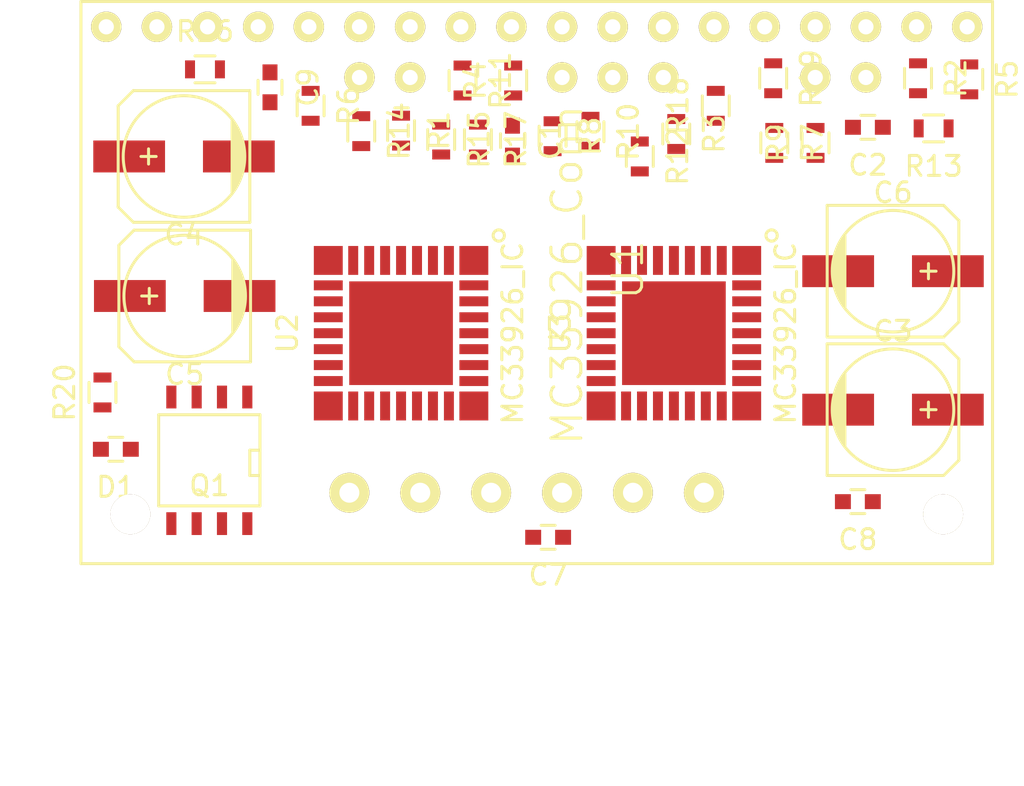
<source format=kicad_pcb>
(kicad_pcb (version 4) (host pcbnew "(2015-01-13 BZR 5369)-product")

  (general
    (links 124)
    (no_connects 124)
    (area 147.9971 65.558599 200.070431 105.5076)
    (thickness 1.6)
    (drawings 0)
    (tracks 0)
    (zones 0)
    (modules 34)
    (nets 42)
  )

  (page A4)
  (layers
    (0 F.Cu signal)
    (1 In1.Cu signal)
    (2 In2.Cu signal)
    (31 B.Cu signal)
    (33 F.Adhes user)
    (35 F.Paste user)
    (37 F.SilkS user)
    (39 F.Mask user)
    (40 Dwgs.User user)
    (41 Cmts.User user)
    (42 Eco1.User user)
    (43 Eco2.User user)
    (44 Edge.Cuts user)
    (45 Margin user)
    (47 F.CrtYd user)
    (49 F.Fab user)
  )

  (setup
    (last_trace_width 0.254)
    (trace_clearance 0.254)
    (zone_clearance 0.508)
    (zone_45_only no)
    (trace_min 0.254)
    (segment_width 0.2)
    (edge_width 0.1)
    (via_size 0.889)
    (via_drill 0.635)
    (via_min_size 0.889)
    (via_min_drill 0.508)
    (uvia_size 0.508)
    (uvia_drill 0.127)
    (uvias_allowed no)
    (uvia_min_size 0.508)
    (uvia_min_drill 0.127)
    (pcb_text_width 0.3)
    (pcb_text_size 1.5 1.5)
    (mod_edge_width 0.15)
    (mod_text_size 1 1)
    (mod_text_width 0.15)
    (pad_size 1.524 1.524)
    (pad_drill 0.762)
    (pad_to_mask_clearance 0)
    (aux_axis_origin 0 0)
    (visible_elements 7FFFF7FF)
    (pcbplotparams
      (layerselection 0x00030_80000001)
      (usegerberextensions false)
      (excludeedgelayer true)
      (linewidth 0.100000)
      (plotframeref false)
      (viasonmask false)
      (mode 1)
      (useauxorigin false)
      (hpglpennumber 1)
      (hpglpenspeed 20)
      (hpglpendiameter 15)
      (hpglpenoverlay 2)
      (psnegative false)
      (psa4output false)
      (plotreference true)
      (plotvalue true)
      (plotinvisibletext false)
      (padsonsilk false)
      (subtractmaskfromsilk false)
      (outputformat 1)
      (mirror false)
      (drillshape 1)
      (scaleselection 1)
      (outputdirectory ""))
  )

  (net 0 "")
  (net 1 "Net-(C1-Pad1)")
  (net 2 GND)
  (net 3 "Net-(C2-Pad1)")
  (net 4 VIN)
  (net 5 FGND)
  (net 6 "Net-(C7-Pad2)")
  (net 7 "Net-(C8-Pad2)")
  (net 8 "Net-(D1-Pad2)")
  (net 9 "Net-(R1-Pad1)")
  (net 10 "Net-(R1-Pad2)")
  (net 11 "Net-(R2-Pad1)")
  (net 12 "Net-(R2-Pad2)")
  (net 13 "Net-(R3-Pad1)")
  (net 14 SLEWP)
  (net 15 "Net-(R4-Pad2)")
  (net 16 "Net-(R5-Pad2)")
  (net 17 "Net-(R6-Pad1)")
  (net 18 "Net-(R6-Pad2)")
  (net 19 "Net-(R7-Pad1)")
  (net 20 "Net-(R7-Pad2)")
  (net 21 "Net-(R10-Pad1)")
  (net 22 ENP)
  (net 23 "Net-(R11-Pad1)")
  (net 24 "Net-(R11-Pad2)")
  (net 25 "Net-(R12-Pad1)")
  (net 26 INVP)
  (net 27 "Net-(R13-Pad1)")
  (net 28 "Net-(R13-Pad2)")
  (net 29 "Net-(R14-Pad1)")
  (net 30 "Net-(R14-Pad2)")
  (net 31 Vdd)
  (net 32 "Net-(R16-Pad1)")
  (net 33 "Net-(R16-Pad2)")
  (net 34 "Net-(R18-Pad1)")
  (net 35 "Net-(R18-Pad2)")
  (net 36 "Net-(R19-Pad1)")
  (net 37 "Net-(R19-Pad2)")
  (net 38 M1OUT1)
  (net 39 M1OUT2)
  (net 40 M2OUT1)
  (net 41 M2OUT2)

  (net_class Default "Dies ist die voreingestellte Netzklasse."
    (clearance 0.254)
    (trace_width 0.254)
    (via_dia 0.889)
    (via_drill 0.635)
    (uvia_dia 0.508)
    (uvia_drill 0.127)
    (add_net ENP)
    (add_net INVP)
    (add_net "Net-(C1-Pad1)")
    (add_net "Net-(C2-Pad1)")
    (add_net "Net-(C7-Pad2)")
    (add_net "Net-(C8-Pad2)")
    (add_net "Net-(D1-Pad2)")
    (add_net "Net-(R1-Pad1)")
    (add_net "Net-(R1-Pad2)")
    (add_net "Net-(R10-Pad1)")
    (add_net "Net-(R11-Pad1)")
    (add_net "Net-(R11-Pad2)")
    (add_net "Net-(R12-Pad1)")
    (add_net "Net-(R13-Pad1)")
    (add_net "Net-(R13-Pad2)")
    (add_net "Net-(R14-Pad1)")
    (add_net "Net-(R14-Pad2)")
    (add_net "Net-(R16-Pad1)")
    (add_net "Net-(R16-Pad2)")
    (add_net "Net-(R18-Pad1)")
    (add_net "Net-(R18-Pad2)")
    (add_net "Net-(R19-Pad1)")
    (add_net "Net-(R19-Pad2)")
    (add_net "Net-(R2-Pad1)")
    (add_net "Net-(R2-Pad2)")
    (add_net "Net-(R3-Pad1)")
    (add_net "Net-(R4-Pad2)")
    (add_net "Net-(R5-Pad2)")
    (add_net "Net-(R6-Pad1)")
    (add_net "Net-(R6-Pad2)")
    (add_net "Net-(R7-Pad1)")
    (add_net "Net-(R7-Pad2)")
    (add_net SLEWP)
    (add_net Vdd)
  )

  (net_class Power ""
    (clearance 0.254)
    (trace_width 1)
    (via_dia 0.889)
    (via_drill 0.635)
    (uvia_dia 0.508)
    (uvia_drill 0.127)
    (add_net FGND)
    (add_net GND)
    (add_net M1OUT1)
    (add_net M1OUT2)
    (add_net M2OUT1)
    (add_net M2OUT2)
    (add_net VIN)
  )

  (module mc33926:mc33926_breakout_footprint (layer F.Cu) (tedit 550338E2) (tstamp 5503093D)
    (at 148.5011 105.0036)
    (path /5501F2BE)
    (fp_text reference U1 (at 31.242 -25.654 90) (layer F.SilkS)
      (effects (font (size 1.5 1.5) (thickness 0.15)))
    )
    (fp_text value MC33926_Conn (at 28.194 -25.4 90) (layer F.SilkS)
      (effects (font (size 1.5 1.5) (thickness 0.15)))
    )
    (fp_circle (center 17.78 -35.306) (end 17.907 -35.052) (layer F.SilkS) (width 0.15))
    (fp_circle (center 20.32 -35.306) (end 20.447 -35.052) (layer F.SilkS) (width 0.15))
    (fp_circle (center 27.94 -35.306) (end 28.067 -35.052) (layer F.SilkS) (width 0.15))
    (fp_circle (center 30.48 -35.306) (end 30.607 -35.052) (layer F.SilkS) (width 0.15))
    (fp_circle (center 33.02 -35.306) (end 33.147 -35.052) (layer F.SilkS) (width 0.15))
    (fp_circle (center 40.64 -35.306) (end 40.767 -35.052) (layer F.SilkS) (width 0.15))
    (fp_circle (center 43.18 -35.306) (end 43.434 -35.179) (layer F.SilkS) (width 0.15))
    (fp_circle (center 6.2865 -13.3985) (end 7.0485 -13.9065) (layer F.SilkS) (width 0.15))
    (fp_circle (center 47.0535 -13.3985) (end 47.8155 -13.9065) (layer F.SilkS) (width 0.15))
    (fp_circle (center 47.0535 -13.3985) (end 47.8155 -13.9065) (layer F.SilkS) (width 0.15))
    (fp_circle (center 47.0535 -13.3985) (end 47.8155 -13.9065) (layer F.SilkS) (width 0.15))
    (fp_circle (center 47.0535 -13.3985) (end 47.8155 -13.9065) (layer F.SilkS) (width 0.15))
    (fp_line (start 3.81 -10.922) (end 3.81 -39.116) (layer F.SilkS) (width 0.15))
    (fp_line (start 3.81 -39.116) (end 49.53 -39.116) (layer F.SilkS) (width 0.15))
    (fp_line (start 49.53 -39.116) (end 49.53 -10.922) (layer F.SilkS) (width 0.15))
    (fp_line (start 49.53 -10.922) (end 3.81 -10.922) (layer F.SilkS) (width 0.15))
    (pad 1 thru_hole circle (at 5.08 -37.846) (size 1.524 1.524) (drill 0.762) (layers *.Cu *.Mask F.SilkS)
      (net 4 VIN))
    (pad 2 thru_hole circle (at 7.62 -37.846) (size 1.524 1.524) (drill 0.762) (layers *.Cu *.Mask F.SilkS)
      (net 2 GND))
    (pad 3 thru_hole circle (at 10.16 -37.846) (size 1.524 1.524) (drill 0.762) (layers *.Cu *.Mask F.SilkS)
      (net 31 Vdd))
    (pad 4 thru_hole circle (at 12.7 -37.846) (size 1.524 1.524) (drill 0.762) (layers *.Cu *.Mask F.SilkS)
      (net 32 "Net-(R16-Pad1)"))
    (pad 5 thru_hole circle (at 15.24 -37.846) (size 1.524 1.524) (drill 0.762) (layers *.Cu *.Mask F.SilkS)
      (net 17 "Net-(R6-Pad1)"))
    (pad 6 thru_hole circle (at 17.78 -37.846) (size 1.524 1.524) (drill 0.762) (layers *.Cu *.Mask F.SilkS)
      (net 29 "Net-(R14-Pad1)"))
    (pad 7 thru_hole circle (at 20.32 -37.846) (size 1.524 1.524) (drill 0.762) (layers *.Cu *.Mask F.SilkS)
      (net 9 "Net-(R1-Pad1)"))
    (pad 8 thru_hole circle (at 22.86 -37.846) (size 1.524 1.524) (drill 0.762) (layers *.Cu *.Mask F.SilkS)
      (net 23 "Net-(R11-Pad1)"))
    (pad 9 thru_hole circle (at 25.4 -37.846) (size 1.524 1.524) (drill 0.762) (layers *.Cu *.Mask F.SilkS)
      (net 1 "Net-(C1-Pad1)"))
    (pad 10 thru_hole circle (at 27.94 -37.846) (size 1.524 1.524) (drill 0.762) (layers *.Cu *.Mask F.SilkS)
      (net 21 "Net-(R10-Pad1)"))
    (pad 11 thru_hole circle (at 30.48 -37.846) (size 1.524 1.524) (drill 0.762) (layers *.Cu *.Mask F.SilkS)
      (net 13 "Net-(R3-Pad1)"))
    (pad 12 thru_hole circle (at 33.02 -37.846) (size 1.524 1.524) (drill 0.762) (layers *.Cu *.Mask F.SilkS)
      (net 25 "Net-(R12-Pad1)"))
    (pad 13 thru_hole circle (at 35.56 -37.846) (size 1.524 1.524) (drill 0.762) (layers *.Cu *.Mask F.SilkS)
      (net 34 "Net-(R18-Pad1)"))
    (pad 14 thru_hole circle (at 38.1 -37.846) (size 1.524 1.524) (drill 0.762) (layers *.Cu *.Mask F.SilkS)
      (net 19 "Net-(R7-Pad1)"))
    (pad 15 thru_hole circle (at 40.64 -37.846) (size 1.524 1.524) (drill 0.762) (layers *.Cu *.Mask F.SilkS)
      (net 36 "Net-(R19-Pad1)"))
    (pad 16 thru_hole circle (at 43.18 -37.846) (size 1.524 1.524) (drill 0.762) (layers *.Cu *.Mask F.SilkS)
      (net 11 "Net-(R2-Pad1)"))
    (pad 17 thru_hole circle (at 45.72 -37.846) (size 1.524 1.524) (drill 0.762) (layers *.Cu *.Mask F.SilkS)
      (net 27 "Net-(R13-Pad1)"))
    (pad 18 thru_hole circle (at 48.26 -37.846) (size 1.524 1.524) (drill 0.762) (layers *.Cu *.Mask F.SilkS)
      (net 3 "Net-(C2-Pad1)"))
    (pad 19 thru_hole circle (at 17.272 -14.478) (size 2 2) (drill 1) (layers *.Cu *.Mask F.SilkS)
      (net 38 M1OUT1))
    (pad 20 thru_hole circle (at 20.828 -14.478) (size 2 2) (drill 1) (layers *.Cu *.Mask F.SilkS)
      (net 39 M1OUT2))
    (pad 21 thru_hole circle (at 24.384 -14.478) (size 2 2) (drill 1) (layers *.Cu *.Mask F.SilkS)
      (net 2 GND))
    (pad 22 thru_hole circle (at 27.94 -14.478) (size 2 2) (drill 1) (layers *.Cu *.Mask F.SilkS)
      (net 4 VIN))
    (pad 23 thru_hole circle (at 31.496 -14.478) (size 2 2) (drill 1) (layers *.Cu *.Mask F.SilkS)
      (net 40 M2OUT1))
    (pad 24 thru_hole circle (at 35.052 -14.478) (size 2 2) (drill 1) (layers *.Cu *.Mask F.SilkS)
      (net 41 M2OUT2))
    (pad 3 thru_hole circle (at 17.78 -35.306) (size 1.524 1.524) (drill 0.762) (layers *.Cu *.Mask F.SilkS)
      (net 31 Vdd))
    (pad 2 thru_hole circle (at 20.32 -35.306) (size 1.524 1.524) (drill 0.762) (layers *.Cu *.Mask F.SilkS)
      (net 2 GND))
    (pad 3 thru_hole circle (at 27.94 -35.306) (size 1.524 1.524) (drill 0.762) (layers *.Cu *.Mask F.SilkS)
      (net 31 Vdd))
    (pad 3 thru_hole circle (at 30.48 -35.306) (size 1.524 1.524) (drill 0.762) (layers *.Cu *.Mask F.SilkS)
      (net 31 Vdd))
    (pad 3 thru_hole circle (at 33.02 -35.306) (size 1.524 1.524) (drill 0.762) (layers *.Cu *.Mask F.SilkS)
      (net 31 Vdd))
    (pad 3 thru_hole circle (at 40.64 -35.306) (size 1.524 1.524) (drill 0.762) (layers *.Cu *.Mask F.SilkS)
      (net 31 Vdd))
    (pad 2 thru_hole circle (at 43.18 -35.306) (size 1.524 1.524) (drill 0.762) (layers *.Cu *.Mask F.SilkS)
      (net 2 GND))
    (pad ~ thru_hole circle (at 6.2865 -13.3985) (size 2 2) (drill 2) (layers *.Cu *.Mask F.SilkS))
    (pad ~ thru_hole circle (at 47.0535 -13.3985) (size 2 2) (drill 2) (layers *.Cu *.Mask F.SilkS))
  )

  (module Capacitors_SMD:C_0603 (layer F.Cu) (tedit 5415D631) (tstamp 550303BD)
    (at 173.95444 72.86752 270)
    (descr "Capacitor SMD 0603, reflow soldering, AVX (see smccp.pdf)")
    (tags "capacitor 0603")
    (path /550208A2)
    (attr smd)
    (fp_text reference C1 (at 0 -1.9 270) (layer F.SilkS)
      (effects (font (size 1 1) (thickness 0.15)))
    )
    (fp_text value 0.47uF (at 0 1.9 270) (layer F.Fab)
      (effects (font (size 1 1) (thickness 0.15)))
    )
    (fp_line (start -1.45 -0.75) (end 1.45 -0.75) (layer F.CrtYd) (width 0.05))
    (fp_line (start -1.45 0.75) (end 1.45 0.75) (layer F.CrtYd) (width 0.05))
    (fp_line (start -1.45 -0.75) (end -1.45 0.75) (layer F.CrtYd) (width 0.05))
    (fp_line (start 1.45 -0.75) (end 1.45 0.75) (layer F.CrtYd) (width 0.05))
    (fp_line (start -0.35 -0.6) (end 0.35 -0.6) (layer F.SilkS) (width 0.15))
    (fp_line (start 0.35 0.6) (end -0.35 0.6) (layer F.SilkS) (width 0.15))
    (pad 1 smd rect (at -0.75 0 270) (size 0.8 0.75) (layers F.Cu F.Paste F.Mask)
      (net 1 "Net-(C1-Pad1)"))
    (pad 2 smd rect (at 0.75 0 270) (size 0.8 0.75) (layers F.Cu F.Paste F.Mask)
      (net 2 GND))
    (model Capacitors_SMD.3dshapes/C_0603.wrl
      (at (xyz 0 0 0))
      (scale (xyz 1 1 1))
      (rotate (xyz 0 0 0))
    )
  )

  (module Capacitors_SMD:C_0603 (layer F.Cu) (tedit 5415D631) (tstamp 550303C9)
    (at 191.78016 72.19696 180)
    (descr "Capacitor SMD 0603, reflow soldering, AVX (see smccp.pdf)")
    (tags "capacitor 0603")
    (path /55021C7D)
    (attr smd)
    (fp_text reference C2 (at 0 -1.9 180) (layer F.SilkS)
      (effects (font (size 1 1) (thickness 0.15)))
    )
    (fp_text value 0.47uF (at 0 1.9 180) (layer F.Fab)
      (effects (font (size 1 1) (thickness 0.15)))
    )
    (fp_line (start -1.45 -0.75) (end 1.45 -0.75) (layer F.CrtYd) (width 0.05))
    (fp_line (start -1.45 0.75) (end 1.45 0.75) (layer F.CrtYd) (width 0.05))
    (fp_line (start -1.45 -0.75) (end -1.45 0.75) (layer F.CrtYd) (width 0.05))
    (fp_line (start 1.45 -0.75) (end 1.45 0.75) (layer F.CrtYd) (width 0.05))
    (fp_line (start -0.35 -0.6) (end 0.35 -0.6) (layer F.SilkS) (width 0.15))
    (fp_line (start 0.35 0.6) (end -0.35 0.6) (layer F.SilkS) (width 0.15))
    (pad 1 smd rect (at -0.75 0 180) (size 0.8 0.75) (layers F.Cu F.Paste F.Mask)
      (net 3 "Net-(C2-Pad1)"))
    (pad 2 smd rect (at 0.75 0 180) (size 0.8 0.75) (layers F.Cu F.Paste F.Mask)
      (net 2 GND))
    (model Capacitors_SMD.3dshapes/C_0603.wrl
      (at (xyz 0 0 0))
      (scale (xyz 1 1 1))
      (rotate (xyz 0 0 0))
    )
  )

  (module Capacitors_SMD:c_elec_6.3x5.8 (layer F.Cu) (tedit 55030206) (tstamp 550303DD)
    (at 193.04 86.36)
    (descr "SMT capacitor, aluminium electrolytic, 6.3x5.8")
    (path /55020F62)
    (fp_text reference C3 (at 0 -3.937) (layer F.SilkS)
      (effects (font (size 1 1) (thickness 0.15)))
    )
    (fp_text value 47uF (at 0 3.81) (layer F.Fab)
      (effects (font (size 1 1) (thickness 0.15)))
    )
    (fp_line (start -2.921 -0.762) (end -2.921 0.762) (layer F.SilkS) (width 0.15))
    (fp_line (start -2.794 1.143) (end -2.794 -1.143) (layer F.SilkS) (width 0.15))
    (fp_line (start -2.667 -1.397) (end -2.667 1.397) (layer F.SilkS) (width 0.15))
    (fp_line (start -2.54 1.651) (end -2.54 -1.651) (layer F.SilkS) (width 0.15))
    (fp_line (start -2.413 -1.778) (end -2.413 1.778) (layer F.SilkS) (width 0.15))
    (fp_circle (center 0 0) (end -3.048 0) (layer F.SilkS) (width 0.15))
    (fp_line (start -3.302 -3.302) (end -3.302 3.302) (layer F.SilkS) (width 0.15))
    (fp_line (start -3.302 3.302) (end 2.54 3.302) (layer F.SilkS) (width 0.15))
    (fp_line (start 2.54 3.302) (end 3.302 2.54) (layer F.SilkS) (width 0.15))
    (fp_line (start 3.302 2.54) (end 3.302 -2.54) (layer F.SilkS) (width 0.15))
    (fp_line (start 3.302 -2.54) (end 2.54 -3.302) (layer F.SilkS) (width 0.15))
    (fp_line (start 2.54 -3.302) (end -3.302 -3.302) (layer F.SilkS) (width 0.15))
    (fp_line (start 2.159 0) (end 1.397 0) (layer F.SilkS) (width 0.15))
    (fp_line (start 1.778 -0.381) (end 1.778 0.381) (layer F.SilkS) (width 0.15))
    (pad 1 smd rect (at 2.75082 0) (size 3.59918 1.6002) (layers F.Cu F.Paste F.Mask)
      (net 4 VIN))
    (pad 2 smd rect (at -2.75082 0) (size 3.59918 1.6002) (layers F.Cu F.Paste F.Mask)
      (net 5 FGND))
    (model Capacitors_SMD.3dshapes/c_elec_6.3x5.8.wrl
      (at (xyz 0 0 0))
      (scale (xyz 1 1 1))
      (rotate (xyz 0 0 0))
    )
  )

  (module Capacitors_SMD:c_elec_6.3x5.8 (layer F.Cu) (tedit 55030206) (tstamp 550303F1)
    (at 157.48 73.66 180)
    (descr "SMT capacitor, aluminium electrolytic, 6.3x5.8")
    (path /55021C9A)
    (fp_text reference C4 (at 0 -3.937 180) (layer F.SilkS)
      (effects (font (size 1 1) (thickness 0.15)))
    )
    (fp_text value 47uF (at 0 3.81 180) (layer F.Fab)
      (effects (font (size 1 1) (thickness 0.15)))
    )
    (fp_line (start -2.921 -0.762) (end -2.921 0.762) (layer F.SilkS) (width 0.15))
    (fp_line (start -2.794 1.143) (end -2.794 -1.143) (layer F.SilkS) (width 0.15))
    (fp_line (start -2.667 -1.397) (end -2.667 1.397) (layer F.SilkS) (width 0.15))
    (fp_line (start -2.54 1.651) (end -2.54 -1.651) (layer F.SilkS) (width 0.15))
    (fp_line (start -2.413 -1.778) (end -2.413 1.778) (layer F.SilkS) (width 0.15))
    (fp_circle (center 0 0) (end -3.048 0) (layer F.SilkS) (width 0.15))
    (fp_line (start -3.302 -3.302) (end -3.302 3.302) (layer F.SilkS) (width 0.15))
    (fp_line (start -3.302 3.302) (end 2.54 3.302) (layer F.SilkS) (width 0.15))
    (fp_line (start 2.54 3.302) (end 3.302 2.54) (layer F.SilkS) (width 0.15))
    (fp_line (start 3.302 2.54) (end 3.302 -2.54) (layer F.SilkS) (width 0.15))
    (fp_line (start 3.302 -2.54) (end 2.54 -3.302) (layer F.SilkS) (width 0.15))
    (fp_line (start 2.54 -3.302) (end -3.302 -3.302) (layer F.SilkS) (width 0.15))
    (fp_line (start 2.159 0) (end 1.397 0) (layer F.SilkS) (width 0.15))
    (fp_line (start 1.778 -0.381) (end 1.778 0.381) (layer F.SilkS) (width 0.15))
    (pad 1 smd rect (at 2.75082 0 180) (size 3.59918 1.6002) (layers F.Cu F.Paste F.Mask)
      (net 4 VIN))
    (pad 2 smd rect (at -2.75082 0 180) (size 3.59918 1.6002) (layers F.Cu F.Paste F.Mask)
      (net 5 FGND))
    (model Capacitors_SMD.3dshapes/c_elec_6.3x5.8.wrl
      (at (xyz 0 0 0))
      (scale (xyz 1 1 1))
      (rotate (xyz 0 0 0))
    )
  )

  (module Capacitors_SMD:c_elec_6.3x5.8 (layer F.Cu) (tedit 55030206) (tstamp 55030405)
    (at 157.515179 80.658277 180)
    (descr "SMT capacitor, aluminium electrolytic, 6.3x5.8")
    (path /55020EC9)
    (fp_text reference C5 (at 0 -3.937 180) (layer F.SilkS)
      (effects (font (size 1 1) (thickness 0.15)))
    )
    (fp_text value 47uF (at 0 3.81 180) (layer F.Fab)
      (effects (font (size 1 1) (thickness 0.15)))
    )
    (fp_line (start -2.921 -0.762) (end -2.921 0.762) (layer F.SilkS) (width 0.15))
    (fp_line (start -2.794 1.143) (end -2.794 -1.143) (layer F.SilkS) (width 0.15))
    (fp_line (start -2.667 -1.397) (end -2.667 1.397) (layer F.SilkS) (width 0.15))
    (fp_line (start -2.54 1.651) (end -2.54 -1.651) (layer F.SilkS) (width 0.15))
    (fp_line (start -2.413 -1.778) (end -2.413 1.778) (layer F.SilkS) (width 0.15))
    (fp_circle (center 0 0) (end -3.048 0) (layer F.SilkS) (width 0.15))
    (fp_line (start -3.302 -3.302) (end -3.302 3.302) (layer F.SilkS) (width 0.15))
    (fp_line (start -3.302 3.302) (end 2.54 3.302) (layer F.SilkS) (width 0.15))
    (fp_line (start 2.54 3.302) (end 3.302 2.54) (layer F.SilkS) (width 0.15))
    (fp_line (start 3.302 2.54) (end 3.302 -2.54) (layer F.SilkS) (width 0.15))
    (fp_line (start 3.302 -2.54) (end 2.54 -3.302) (layer F.SilkS) (width 0.15))
    (fp_line (start 2.54 -3.302) (end -3.302 -3.302) (layer F.SilkS) (width 0.15))
    (fp_line (start 2.159 0) (end 1.397 0) (layer F.SilkS) (width 0.15))
    (fp_line (start 1.778 -0.381) (end 1.778 0.381) (layer F.SilkS) (width 0.15))
    (pad 1 smd rect (at 2.75082 0 180) (size 3.59918 1.6002) (layers F.Cu F.Paste F.Mask)
      (net 4 VIN))
    (pad 2 smd rect (at -2.75082 0 180) (size 3.59918 1.6002) (layers F.Cu F.Paste F.Mask)
      (net 5 FGND))
    (model Capacitors_SMD.3dshapes/c_elec_6.3x5.8.wrl
      (at (xyz 0 0 0))
      (scale (xyz 1 1 1))
      (rotate (xyz 0 0 0))
    )
  )

  (module Capacitors_SMD:c_elec_6.3x5.8 (layer F.Cu) (tedit 55030206) (tstamp 55030419)
    (at 193.040761 79.414191)
    (descr "SMT capacitor, aluminium electrolytic, 6.3x5.8")
    (path /55021C94)
    (fp_text reference C6 (at 0 -3.937) (layer F.SilkS)
      (effects (font (size 1 1) (thickness 0.15)))
    )
    (fp_text value 47uF (at 0 3.81) (layer F.Fab)
      (effects (font (size 1 1) (thickness 0.15)))
    )
    (fp_line (start -2.921 -0.762) (end -2.921 0.762) (layer F.SilkS) (width 0.15))
    (fp_line (start -2.794 1.143) (end -2.794 -1.143) (layer F.SilkS) (width 0.15))
    (fp_line (start -2.667 -1.397) (end -2.667 1.397) (layer F.SilkS) (width 0.15))
    (fp_line (start -2.54 1.651) (end -2.54 -1.651) (layer F.SilkS) (width 0.15))
    (fp_line (start -2.413 -1.778) (end -2.413 1.778) (layer F.SilkS) (width 0.15))
    (fp_circle (center 0 0) (end -3.048 0) (layer F.SilkS) (width 0.15))
    (fp_line (start -3.302 -3.302) (end -3.302 3.302) (layer F.SilkS) (width 0.15))
    (fp_line (start -3.302 3.302) (end 2.54 3.302) (layer F.SilkS) (width 0.15))
    (fp_line (start 2.54 3.302) (end 3.302 2.54) (layer F.SilkS) (width 0.15))
    (fp_line (start 3.302 2.54) (end 3.302 -2.54) (layer F.SilkS) (width 0.15))
    (fp_line (start 3.302 -2.54) (end 2.54 -3.302) (layer F.SilkS) (width 0.15))
    (fp_line (start 2.54 -3.302) (end -3.302 -3.302) (layer F.SilkS) (width 0.15))
    (fp_line (start 2.159 0) (end 1.397 0) (layer F.SilkS) (width 0.15))
    (fp_line (start 1.778 -0.381) (end 1.778 0.381) (layer F.SilkS) (width 0.15))
    (pad 1 smd rect (at 2.75082 0) (size 3.59918 1.6002) (layers F.Cu F.Paste F.Mask)
      (net 4 VIN))
    (pad 2 smd rect (at -2.75082 0) (size 3.59918 1.6002) (layers F.Cu F.Paste F.Mask)
      (net 5 FGND))
    (model Capacitors_SMD.3dshapes/c_elec_6.3x5.8.wrl
      (at (xyz 0 0 0))
      (scale (xyz 1 1 1))
      (rotate (xyz 0 0 0))
    )
  )

  (module Capacitors_SMD:C_0603 (layer F.Cu) (tedit 5415D631) (tstamp 55030425)
    (at 175.7426 92.7608 180)
    (descr "Capacitor SMD 0603, reflow soldering, AVX (see smccp.pdf)")
    (tags "capacitor 0603")
    (path /5502035D)
    (attr smd)
    (fp_text reference C7 (at 0 -1.9 180) (layer F.SilkS)
      (effects (font (size 1 1) (thickness 0.15)))
    )
    (fp_text value 33nF (at 0 1.9 180) (layer F.Fab)
      (effects (font (size 1 1) (thickness 0.15)))
    )
    (fp_line (start -1.45 -0.75) (end 1.45 -0.75) (layer F.CrtYd) (width 0.05))
    (fp_line (start -1.45 0.75) (end 1.45 0.75) (layer F.CrtYd) (width 0.05))
    (fp_line (start -1.45 -0.75) (end -1.45 0.75) (layer F.CrtYd) (width 0.05))
    (fp_line (start 1.45 -0.75) (end 1.45 0.75) (layer F.CrtYd) (width 0.05))
    (fp_line (start -0.35 -0.6) (end 0.35 -0.6) (layer F.SilkS) (width 0.15))
    (fp_line (start 0.35 0.6) (end -0.35 0.6) (layer F.SilkS) (width 0.15))
    (pad 1 smd rect (at -0.75 0 180) (size 0.8 0.75) (layers F.Cu F.Paste F.Mask)
      (net 4 VIN))
    (pad 2 smd rect (at 0.75 0 180) (size 0.8 0.75) (layers F.Cu F.Paste F.Mask)
      (net 6 "Net-(C7-Pad2)"))
    (model Capacitors_SMD.3dshapes/C_0603.wrl
      (at (xyz 0 0 0))
      (scale (xyz 1 1 1))
      (rotate (xyz 0 0 0))
    )
  )

  (module Capacitors_SMD:C_0603 (layer F.Cu) (tedit 5415D631) (tstamp 55030431)
    (at 191.27724 90.97264 180)
    (descr "Capacitor SMD 0603, reflow soldering, AVX (see smccp.pdf)")
    (tags "capacitor 0603")
    (path /5502C0D7)
    (attr smd)
    (fp_text reference C8 (at 0 -1.9 180) (layer F.SilkS)
      (effects (font (size 1 1) (thickness 0.15)))
    )
    (fp_text value 33nF (at 0 1.9 180) (layer F.Fab)
      (effects (font (size 1 1) (thickness 0.15)))
    )
    (fp_line (start -1.45 -0.75) (end 1.45 -0.75) (layer F.CrtYd) (width 0.05))
    (fp_line (start -1.45 0.75) (end 1.45 0.75) (layer F.CrtYd) (width 0.05))
    (fp_line (start -1.45 -0.75) (end -1.45 0.75) (layer F.CrtYd) (width 0.05))
    (fp_line (start 1.45 -0.75) (end 1.45 0.75) (layer F.CrtYd) (width 0.05))
    (fp_line (start -0.35 -0.6) (end 0.35 -0.6) (layer F.SilkS) (width 0.15))
    (fp_line (start 0.35 0.6) (end -0.35 0.6) (layer F.SilkS) (width 0.15))
    (pad 1 smd rect (at -0.75 0 180) (size 0.8 0.75) (layers F.Cu F.Paste F.Mask)
      (net 4 VIN))
    (pad 2 smd rect (at 0.75 0 180) (size 0.8 0.75) (layers F.Cu F.Paste F.Mask)
      (net 7 "Net-(C8-Pad2)"))
    (model Capacitors_SMD.3dshapes/C_0603.wrl
      (at (xyz 0 0 0))
      (scale (xyz 1 1 1))
      (rotate (xyz 0 0 0))
    )
  )

  (module Capacitors_SMD:C_0603 (layer F.Cu) (tedit 5415D631) (tstamp 5503043D)
    (at 161.792723 70.191894 270)
    (descr "Capacitor SMD 0603, reflow soldering, AVX (see smccp.pdf)")
    (tags "capacitor 0603")
    (path /55033875)
    (attr smd)
    (fp_text reference C9 (at 0 -1.9 270) (layer F.SilkS)
      (effects (font (size 1 1) (thickness 0.15)))
    )
    (fp_text value 0.1uF (at 0 1.9 270) (layer F.Fab)
      (effects (font (size 1 1) (thickness 0.15)))
    )
    (fp_line (start -1.45 -0.75) (end 1.45 -0.75) (layer F.CrtYd) (width 0.05))
    (fp_line (start -1.45 0.75) (end 1.45 0.75) (layer F.CrtYd) (width 0.05))
    (fp_line (start -1.45 -0.75) (end -1.45 0.75) (layer F.CrtYd) (width 0.05))
    (fp_line (start 1.45 -0.75) (end 1.45 0.75) (layer F.CrtYd) (width 0.05))
    (fp_line (start -0.35 -0.6) (end 0.35 -0.6) (layer F.SilkS) (width 0.15))
    (fp_line (start 0.35 0.6) (end -0.35 0.6) (layer F.SilkS) (width 0.15))
    (pad 1 smd rect (at -0.75 0 270) (size 0.8 0.75) (layers F.Cu F.Paste F.Mask)
      (net 2 GND))
    (pad 2 smd rect (at 0.75 0 270) (size 0.8 0.75) (layers F.Cu F.Paste F.Mask)
      (net 4 VIN))
    (model Capacitors_SMD.3dshapes/C_0603.wrl
      (at (xyz 0 0 0))
      (scale (xyz 1 1 1))
      (rotate (xyz 0 0 0))
    )
  )

  (module Resistors_SMD:R_0603 (layer F.Cu) (tedit 5415CC62) (tstamp 55030468)
    (at 168.36644 72.3646 270)
    (descr "Resistor SMD 0603, reflow soldering, Vishay (see dcrcw.pdf)")
    (tags "resistor 0603")
    (path /55020AC8)
    (attr smd)
    (fp_text reference R1 (at 0 -1.9 270) (layer F.SilkS)
      (effects (font (size 1 1) (thickness 0.15)))
    )
    (fp_text value 1k (at 0 1.9 270) (layer F.Fab)
      (effects (font (size 1 1) (thickness 0.15)))
    )
    (fp_line (start -1.3 -0.8) (end 1.3 -0.8) (layer F.CrtYd) (width 0.05))
    (fp_line (start -1.3 0.8) (end 1.3 0.8) (layer F.CrtYd) (width 0.05))
    (fp_line (start -1.3 -0.8) (end -1.3 0.8) (layer F.CrtYd) (width 0.05))
    (fp_line (start 1.3 -0.8) (end 1.3 0.8) (layer F.CrtYd) (width 0.05))
    (fp_line (start 0.5 0.675) (end -0.5 0.675) (layer F.SilkS) (width 0.15))
    (fp_line (start -0.5 -0.675) (end 0.5 -0.675) (layer F.SilkS) (width 0.15))
    (pad 1 smd rect (at -0.75 0 270) (size 0.5 0.9) (layers F.Cu F.Paste F.Mask)
      (net 9 "Net-(R1-Pad1)"))
    (pad 2 smd rect (at 0.75 0 270) (size 0.5 0.9) (layers F.Cu F.Paste F.Mask)
      (net 10 "Net-(R1-Pad2)"))
    (model Resistors_SMD.3dshapes/R_0603.wrl
      (at (xyz 0 0 0))
      (scale (xyz 1 1 1))
      (rotate (xyz 0 0 0))
    )
  )

  (module Resistors_SMD:R_0603 (layer F.Cu) (tedit 5415CC62) (tstamp 55030474)
    (at 194.29476 69.73824 270)
    (descr "Resistor SMD 0603, reflow soldering, Vishay (see dcrcw.pdf)")
    (tags "resistor 0603")
    (path /55021C4A)
    (attr smd)
    (fp_text reference R2 (at 0 -1.9 270) (layer F.SilkS)
      (effects (font (size 1 1) (thickness 0.15)))
    )
    (fp_text value 1k (at 0 1.9 270) (layer F.Fab)
      (effects (font (size 1 1) (thickness 0.15)))
    )
    (fp_line (start -1.3 -0.8) (end 1.3 -0.8) (layer F.CrtYd) (width 0.05))
    (fp_line (start -1.3 0.8) (end 1.3 0.8) (layer F.CrtYd) (width 0.05))
    (fp_line (start -1.3 -0.8) (end -1.3 0.8) (layer F.CrtYd) (width 0.05))
    (fp_line (start 1.3 -0.8) (end 1.3 0.8) (layer F.CrtYd) (width 0.05))
    (fp_line (start 0.5 0.675) (end -0.5 0.675) (layer F.SilkS) (width 0.15))
    (fp_line (start -0.5 -0.675) (end 0.5 -0.675) (layer F.SilkS) (width 0.15))
    (pad 1 smd rect (at -0.75 0 270) (size 0.5 0.9) (layers F.Cu F.Paste F.Mask)
      (net 11 "Net-(R2-Pad1)"))
    (pad 2 smd rect (at 0.75 0 270) (size 0.5 0.9) (layers F.Cu F.Paste F.Mask)
      (net 12 "Net-(R2-Pad2)"))
    (model Resistors_SMD.3dshapes/R_0603.wrl
      (at (xyz 0 0 0))
      (scale (xyz 1 1 1))
      (rotate (xyz 0 0 0))
    )
  )

  (module Resistors_SMD:R_0603 (layer F.Cu) (tedit 5415CC62) (tstamp 55030480)
    (at 182.1688 72.53224 270)
    (descr "Resistor SMD 0603, reflow soldering, Vishay (see dcrcw.pdf)")
    (tags "resistor 0603")
    (path /55020D39)
    (attr smd)
    (fp_text reference R3 (at 0 -1.9 270) (layer F.SilkS)
      (effects (font (size 1 1) (thickness 0.15)))
    )
    (fp_text value 1k (at 0 1.9 270) (layer F.Fab)
      (effects (font (size 1 1) (thickness 0.15)))
    )
    (fp_line (start -1.3 -0.8) (end 1.3 -0.8) (layer F.CrtYd) (width 0.05))
    (fp_line (start -1.3 0.8) (end 1.3 0.8) (layer F.CrtYd) (width 0.05))
    (fp_line (start -1.3 -0.8) (end -1.3 0.8) (layer F.CrtYd) (width 0.05))
    (fp_line (start 1.3 -0.8) (end 1.3 0.8) (layer F.CrtYd) (width 0.05))
    (fp_line (start 0.5 0.675) (end -0.5 0.675) (layer F.SilkS) (width 0.15))
    (fp_line (start -0.5 -0.675) (end 0.5 -0.675) (layer F.SilkS) (width 0.15))
    (pad 1 smd rect (at -0.75 0 270) (size 0.5 0.9) (layers F.Cu F.Paste F.Mask)
      (net 13 "Net-(R3-Pad1)"))
    (pad 2 smd rect (at 0.75 0 270) (size 0.5 0.9) (layers F.Cu F.Paste F.Mask)
      (net 14 SLEWP))
    (model Resistors_SMD.3dshapes/R_0603.wrl
      (at (xyz 0 0 0))
      (scale (xyz 1 1 1))
      (rotate (xyz 0 0 0))
    )
  )

  (module Resistors_SMD:R_0603 (layer F.Cu) (tedit 5415CC62) (tstamp 5503048C)
    (at 173.99 69.85 90)
    (descr "Resistor SMD 0603, reflow soldering, Vishay (see dcrcw.pdf)")
    (tags "resistor 0603")
    (path /55020FE4)
    (attr smd)
    (fp_text reference R4 (at 0 -1.9 90) (layer F.SilkS)
      (effects (font (size 1 1) (thickness 0.15)))
    )
    (fp_text value 1k (at 0 1.9 90) (layer F.Fab)
      (effects (font (size 1 1) (thickness 0.15)))
    )
    (fp_line (start -1.3 -0.8) (end 1.3 -0.8) (layer F.CrtYd) (width 0.05))
    (fp_line (start -1.3 0.8) (end 1.3 0.8) (layer F.CrtYd) (width 0.05))
    (fp_line (start -1.3 -0.8) (end -1.3 0.8) (layer F.CrtYd) (width 0.05))
    (fp_line (start 1.3 -0.8) (end 1.3 0.8) (layer F.CrtYd) (width 0.05))
    (fp_line (start 0.5 0.675) (end -0.5 0.675) (layer F.SilkS) (width 0.15))
    (fp_line (start -0.5 -0.675) (end 0.5 -0.675) (layer F.SilkS) (width 0.15))
    (pad 1 smd rect (at -0.75 0 90) (size 0.5 0.9) (layers F.Cu F.Paste F.Mask)
      (net 1 "Net-(C1-Pad1)"))
    (pad 2 smd rect (at 0.75 0 90) (size 0.5 0.9) (layers F.Cu F.Paste F.Mask)
      (net 15 "Net-(R4-Pad2)"))
    (model Resistors_SMD.3dshapes/R_0603.wrl
      (at (xyz 0 0 0))
      (scale (xyz 1 1 1))
      (rotate (xyz 0 0 0))
    )
  )

  (module Resistors_SMD:R_0603 (layer F.Cu) (tedit 5415CC62) (tstamp 55030498)
    (at 196.86524 69.79412 270)
    (descr "Resistor SMD 0603, reflow soldering, Vishay (see dcrcw.pdf)")
    (tags "resistor 0603")
    (path /55021C73)
    (attr smd)
    (fp_text reference R5 (at 0 -1.9 270) (layer F.SilkS)
      (effects (font (size 1 1) (thickness 0.15)))
    )
    (fp_text value 1k (at 0 1.9 270) (layer F.Fab)
      (effects (font (size 1 1) (thickness 0.15)))
    )
    (fp_line (start -1.3 -0.8) (end 1.3 -0.8) (layer F.CrtYd) (width 0.05))
    (fp_line (start -1.3 0.8) (end 1.3 0.8) (layer F.CrtYd) (width 0.05))
    (fp_line (start -1.3 -0.8) (end -1.3 0.8) (layer F.CrtYd) (width 0.05))
    (fp_line (start 1.3 -0.8) (end 1.3 0.8) (layer F.CrtYd) (width 0.05))
    (fp_line (start 0.5 0.675) (end -0.5 0.675) (layer F.SilkS) (width 0.15))
    (fp_line (start -0.5 -0.675) (end 0.5 -0.675) (layer F.SilkS) (width 0.15))
    (pad 1 smd rect (at -0.75 0 270) (size 0.5 0.9) (layers F.Cu F.Paste F.Mask)
      (net 3 "Net-(C2-Pad1)"))
    (pad 2 smd rect (at 0.75 0 270) (size 0.5 0.9) (layers F.Cu F.Paste F.Mask)
      (net 16 "Net-(R5-Pad2)"))
    (model Resistors_SMD.3dshapes/R_0603.wrl
      (at (xyz 0 0 0))
      (scale (xyz 1 1 1))
      (rotate (xyz 0 0 0))
    )
  )

  (module Resistors_SMD:R_0603 (layer F.Cu) (tedit 5415CC62) (tstamp 550304A4)
    (at 163.83 71.12 270)
    (descr "Resistor SMD 0603, reflow soldering, Vishay (see dcrcw.pdf)")
    (tags "resistor 0603")
    (path /5502094F)
    (attr smd)
    (fp_text reference R6 (at 0 -1.9 270) (layer F.SilkS)
      (effects (font (size 1 1) (thickness 0.15)))
    )
    (fp_text value 1k (at 0 1.9 270) (layer F.Fab)
      (effects (font (size 1 1) (thickness 0.15)))
    )
    (fp_line (start -1.3 -0.8) (end 1.3 -0.8) (layer F.CrtYd) (width 0.05))
    (fp_line (start -1.3 0.8) (end 1.3 0.8) (layer F.CrtYd) (width 0.05))
    (fp_line (start -1.3 -0.8) (end -1.3 0.8) (layer F.CrtYd) (width 0.05))
    (fp_line (start 1.3 -0.8) (end 1.3 0.8) (layer F.CrtYd) (width 0.05))
    (fp_line (start 0.5 0.675) (end -0.5 0.675) (layer F.SilkS) (width 0.15))
    (fp_line (start -0.5 -0.675) (end 0.5 -0.675) (layer F.SilkS) (width 0.15))
    (pad 1 smd rect (at -0.75 0 270) (size 0.5 0.9) (layers F.Cu F.Paste F.Mask)
      (net 17 "Net-(R6-Pad1)"))
    (pad 2 smd rect (at 0.75 0 270) (size 0.5 0.9) (layers F.Cu F.Paste F.Mask)
      (net 18 "Net-(R6-Pad2)"))
    (model Resistors_SMD.3dshapes/R_0603.wrl
      (at (xyz 0 0 0))
      (scale (xyz 1 1 1))
      (rotate (xyz 0 0 0))
    )
  )

  (module Resistors_SMD:R_0603 (layer F.Cu) (tedit 5415CC62) (tstamp 550304B0)
    (at 187.08624 72.97928 270)
    (descr "Resistor SMD 0603, reflow soldering, Vishay (see dcrcw.pdf)")
    (tags "resistor 0603")
    (path /55021C39)
    (attr smd)
    (fp_text reference R7 (at 0 -1.9 270) (layer F.SilkS)
      (effects (font (size 1 1) (thickness 0.15)))
    )
    (fp_text value 1k (at 0 1.9 270) (layer F.Fab)
      (effects (font (size 1 1) (thickness 0.15)))
    )
    (fp_line (start -1.3 -0.8) (end 1.3 -0.8) (layer F.CrtYd) (width 0.05))
    (fp_line (start -1.3 0.8) (end 1.3 0.8) (layer F.CrtYd) (width 0.05))
    (fp_line (start -1.3 -0.8) (end -1.3 0.8) (layer F.CrtYd) (width 0.05))
    (fp_line (start 1.3 -0.8) (end 1.3 0.8) (layer F.CrtYd) (width 0.05))
    (fp_line (start 0.5 0.675) (end -0.5 0.675) (layer F.SilkS) (width 0.15))
    (fp_line (start -0.5 -0.675) (end 0.5 -0.675) (layer F.SilkS) (width 0.15))
    (pad 1 smd rect (at -0.75 0 270) (size 0.5 0.9) (layers F.Cu F.Paste F.Mask)
      (net 19 "Net-(R7-Pad1)"))
    (pad 2 smd rect (at 0.75 0 270) (size 0.5 0.9) (layers F.Cu F.Paste F.Mask)
      (net 20 "Net-(R7-Pad2)"))
    (model Resistors_SMD.3dshapes/R_0603.wrl
      (at (xyz 0 0 0))
      (scale (xyz 1 1 1))
      (rotate (xyz 0 0 0))
    )
  )

  (module Resistors_SMD:R_0603 (layer F.Cu) (tedit 5415CC62) (tstamp 550304BC)
    (at 175.96612 72.644 270)
    (descr "Resistor SMD 0603, reflow soldering, Vishay (see dcrcw.pdf)")
    (tags "resistor 0603")
    (path /55020974)
    (attr smd)
    (fp_text reference R8 (at 0 -1.9 270) (layer F.SilkS)
      (effects (font (size 1 1) (thickness 0.15)))
    )
    (fp_text value 220 (at 0 1.9 270) (layer F.Fab)
      (effects (font (size 1 1) (thickness 0.15)))
    )
    (fp_line (start -1.3 -0.8) (end 1.3 -0.8) (layer F.CrtYd) (width 0.05))
    (fp_line (start -1.3 0.8) (end 1.3 0.8) (layer F.CrtYd) (width 0.05))
    (fp_line (start -1.3 -0.8) (end -1.3 0.8) (layer F.CrtYd) (width 0.05))
    (fp_line (start 1.3 -0.8) (end 1.3 0.8) (layer F.CrtYd) (width 0.05))
    (fp_line (start 0.5 0.675) (end -0.5 0.675) (layer F.SilkS) (width 0.15))
    (fp_line (start -0.5 -0.675) (end 0.5 -0.675) (layer F.SilkS) (width 0.15))
    (pad 1 smd rect (at -0.75 0 270) (size 0.5 0.9) (layers F.Cu F.Paste F.Mask)
      (net 15 "Net-(R4-Pad2)"))
    (pad 2 smd rect (at 0.75 0 270) (size 0.5 0.9) (layers F.Cu F.Paste F.Mask)
      (net 2 GND))
    (model Resistors_SMD.3dshapes/R_0603.wrl
      (at (xyz 0 0 0))
      (scale (xyz 1 1 1))
      (rotate (xyz 0 0 0))
    )
  )

  (module Resistors_SMD:R_0603 (layer F.Cu) (tedit 5415CC62) (tstamp 550304C8)
    (at 189.1538 72.97928 90)
    (descr "Resistor SMD 0603, reflow soldering, Vishay (see dcrcw.pdf)")
    (tags "resistor 0603")
    (path /55021C84)
    (attr smd)
    (fp_text reference R9 (at 0 -1.9 90) (layer F.SilkS)
      (effects (font (size 1 1) (thickness 0.15)))
    )
    (fp_text value 220 (at 0 1.9 90) (layer F.Fab)
      (effects (font (size 1 1) (thickness 0.15)))
    )
    (fp_line (start -1.3 -0.8) (end 1.3 -0.8) (layer F.CrtYd) (width 0.05))
    (fp_line (start -1.3 0.8) (end 1.3 0.8) (layer F.CrtYd) (width 0.05))
    (fp_line (start -1.3 -0.8) (end -1.3 0.8) (layer F.CrtYd) (width 0.05))
    (fp_line (start 1.3 -0.8) (end 1.3 0.8) (layer F.CrtYd) (width 0.05))
    (fp_line (start 0.5 0.675) (end -0.5 0.675) (layer F.SilkS) (width 0.15))
    (fp_line (start -0.5 -0.675) (end 0.5 -0.675) (layer F.SilkS) (width 0.15))
    (pad 1 smd rect (at -0.75 0 90) (size 0.5 0.9) (layers F.Cu F.Paste F.Mask)
      (net 16 "Net-(R5-Pad2)"))
    (pad 2 smd rect (at 0.75 0 90) (size 0.5 0.9) (layers F.Cu F.Paste F.Mask)
      (net 2 GND))
    (model Resistors_SMD.3dshapes/R_0603.wrl
      (at (xyz 0 0 0))
      (scale (xyz 1 1 1))
      (rotate (xyz 0 0 0))
    )
  )

  (module Resistors_SMD:R_0603 (layer F.Cu) (tedit 5415CC62) (tstamp 550304D4)
    (at 177.86604 72.42048 270)
    (descr "Resistor SMD 0603, reflow soldering, Vishay (see dcrcw.pdf)")
    (tags "resistor 0603")
    (path /55020B9B)
    (attr smd)
    (fp_text reference R10 (at 0 -1.9 270) (layer F.SilkS)
      (effects (font (size 1 1) (thickness 0.15)))
    )
    (fp_text value 1k (at 0 1.9 270) (layer F.Fab)
      (effects (font (size 1 1) (thickness 0.15)))
    )
    (fp_line (start -1.3 -0.8) (end 1.3 -0.8) (layer F.CrtYd) (width 0.05))
    (fp_line (start -1.3 0.8) (end 1.3 0.8) (layer F.CrtYd) (width 0.05))
    (fp_line (start -1.3 -0.8) (end -1.3 0.8) (layer F.CrtYd) (width 0.05))
    (fp_line (start 1.3 -0.8) (end 1.3 0.8) (layer F.CrtYd) (width 0.05))
    (fp_line (start 0.5 0.675) (end -0.5 0.675) (layer F.SilkS) (width 0.15))
    (fp_line (start -0.5 -0.675) (end 0.5 -0.675) (layer F.SilkS) (width 0.15))
    (pad 1 smd rect (at -0.75 0 270) (size 0.5 0.9) (layers F.Cu F.Paste F.Mask)
      (net 21 "Net-(R10-Pad1)"))
    (pad 2 smd rect (at 0.75 0 270) (size 0.5 0.9) (layers F.Cu F.Paste F.Mask)
      (net 22 ENP))
    (model Resistors_SMD.3dshapes/R_0603.wrl
      (at (xyz 0 0 0))
      (scale (xyz 1 1 1))
      (rotate (xyz 0 0 0))
    )
  )

  (module Resistors_SMD:R_0603 (layer F.Cu) (tedit 5415CC62) (tstamp 550304E0)
    (at 171.45 69.85 270)
    (descr "Resistor SMD 0603, reflow soldering, Vishay (see dcrcw.pdf)")
    (tags "resistor 0603")
    (path /5502064D)
    (attr smd)
    (fp_text reference R11 (at 0 -1.9 270) (layer F.SilkS)
      (effects (font (size 1 1) (thickness 0.15)))
    )
    (fp_text value 1k (at 0 1.9 270) (layer F.Fab)
      (effects (font (size 1 1) (thickness 0.15)))
    )
    (fp_line (start -1.3 -0.8) (end 1.3 -0.8) (layer F.CrtYd) (width 0.05))
    (fp_line (start -1.3 0.8) (end 1.3 0.8) (layer F.CrtYd) (width 0.05))
    (fp_line (start -1.3 -0.8) (end -1.3 0.8) (layer F.CrtYd) (width 0.05))
    (fp_line (start 1.3 -0.8) (end 1.3 0.8) (layer F.CrtYd) (width 0.05))
    (fp_line (start 0.5 0.675) (end -0.5 0.675) (layer F.SilkS) (width 0.15))
    (fp_line (start -0.5 -0.675) (end 0.5 -0.675) (layer F.SilkS) (width 0.15))
    (pad 1 smd rect (at -0.75 0 270) (size 0.5 0.9) (layers F.Cu F.Paste F.Mask)
      (net 23 "Net-(R11-Pad1)"))
    (pad 2 smd rect (at 0.75 0 270) (size 0.5 0.9) (layers F.Cu F.Paste F.Mask)
      (net 24 "Net-(R11-Pad2)"))
    (model Resistors_SMD.3dshapes/R_0603.wrl
      (at (xyz 0 0 0))
      (scale (xyz 1 1 1))
      (rotate (xyz 0 0 0))
    )
  )

  (module Resistors_SMD:R_0603 (layer F.Cu) (tedit 5415CC62) (tstamp 550304EC)
    (at 180.34 73.66 270)
    (descr "Resistor SMD 0603, reflow soldering, Vishay (see dcrcw.pdf)")
    (tags "resistor 0603")
    (path /55020EDC)
    (attr smd)
    (fp_text reference R12 (at 0 -1.9 270) (layer F.SilkS)
      (effects (font (size 1 1) (thickness 0.15)))
    )
    (fp_text value 1k (at 0 1.9 270) (layer F.Fab)
      (effects (font (size 1 1) (thickness 0.15)))
    )
    (fp_line (start -1.3 -0.8) (end 1.3 -0.8) (layer F.CrtYd) (width 0.05))
    (fp_line (start -1.3 0.8) (end 1.3 0.8) (layer F.CrtYd) (width 0.05))
    (fp_line (start -1.3 -0.8) (end -1.3 0.8) (layer F.CrtYd) (width 0.05))
    (fp_line (start 1.3 -0.8) (end 1.3 0.8) (layer F.CrtYd) (width 0.05))
    (fp_line (start 0.5 0.675) (end -0.5 0.675) (layer F.SilkS) (width 0.15))
    (fp_line (start -0.5 -0.675) (end 0.5 -0.675) (layer F.SilkS) (width 0.15))
    (pad 1 smd rect (at -0.75 0 270) (size 0.5 0.9) (layers F.Cu F.Paste F.Mask)
      (net 25 "Net-(R12-Pad1)"))
    (pad 2 smd rect (at 0.75 0 270) (size 0.5 0.9) (layers F.Cu F.Paste F.Mask)
      (net 26 INVP))
    (model Resistors_SMD.3dshapes/R_0603.wrl
      (at (xyz 0 0 0))
      (scale (xyz 1 1 1))
      (rotate (xyz 0 0 0))
    )
  )

  (module Resistors_SMD:R_0603 (layer F.Cu) (tedit 5415CC62) (tstamp 550304F8)
    (at 195.07708 72.25284 180)
    (descr "Resistor SMD 0603, reflow soldering, Vishay (see dcrcw.pdf)")
    (tags "resistor 0603")
    (path /55021C27)
    (attr smd)
    (fp_text reference R13 (at 0 -1.9 180) (layer F.SilkS)
      (effects (font (size 1 1) (thickness 0.15)))
    )
    (fp_text value 1k (at 0 1.9 180) (layer F.Fab)
      (effects (font (size 1 1) (thickness 0.15)))
    )
    (fp_line (start -1.3 -0.8) (end 1.3 -0.8) (layer F.CrtYd) (width 0.05))
    (fp_line (start -1.3 0.8) (end 1.3 0.8) (layer F.CrtYd) (width 0.05))
    (fp_line (start -1.3 -0.8) (end -1.3 0.8) (layer F.CrtYd) (width 0.05))
    (fp_line (start 1.3 -0.8) (end 1.3 0.8) (layer F.CrtYd) (width 0.05))
    (fp_line (start 0.5 0.675) (end -0.5 0.675) (layer F.SilkS) (width 0.15))
    (fp_line (start -0.5 -0.675) (end 0.5 -0.675) (layer F.SilkS) (width 0.15))
    (pad 1 smd rect (at -0.75 0 180) (size 0.5 0.9) (layers F.Cu F.Paste F.Mask)
      (net 27 "Net-(R13-Pad1)"))
    (pad 2 smd rect (at 0.75 0 180) (size 0.5 0.9) (layers F.Cu F.Paste F.Mask)
      (net 28 "Net-(R13-Pad2)"))
    (model Resistors_SMD.3dshapes/R_0603.wrl
      (at (xyz 0 0 0))
      (scale (xyz 1 1 1))
      (rotate (xyz 0 0 0))
    )
  )

  (module Resistors_SMD:R_0603 (layer F.Cu) (tedit 5415CC62) (tstamp 55030504)
    (at 166.37 72.39 270)
    (descr "Resistor SMD 0603, reflow soldering, Vishay (see dcrcw.pdf)")
    (tags "resistor 0603")
    (path /55020A17)
    (attr smd)
    (fp_text reference R14 (at 0 -1.9 270) (layer F.SilkS)
      (effects (font (size 1 1) (thickness 0.15)))
    )
    (fp_text value 1k (at 0 1.9 270) (layer F.Fab)
      (effects (font (size 1 1) (thickness 0.15)))
    )
    (fp_line (start -1.3 -0.8) (end 1.3 -0.8) (layer F.CrtYd) (width 0.05))
    (fp_line (start -1.3 0.8) (end 1.3 0.8) (layer F.CrtYd) (width 0.05))
    (fp_line (start -1.3 -0.8) (end -1.3 0.8) (layer F.CrtYd) (width 0.05))
    (fp_line (start 1.3 -0.8) (end 1.3 0.8) (layer F.CrtYd) (width 0.05))
    (fp_line (start 0.5 0.675) (end -0.5 0.675) (layer F.SilkS) (width 0.15))
    (fp_line (start -0.5 -0.675) (end 0.5 -0.675) (layer F.SilkS) (width 0.15))
    (pad 1 smd rect (at -0.75 0 270) (size 0.5 0.9) (layers F.Cu F.Paste F.Mask)
      (net 29 "Net-(R14-Pad1)"))
    (pad 2 smd rect (at 0.75 0 270) (size 0.5 0.9) (layers F.Cu F.Paste F.Mask)
      (net 30 "Net-(R14-Pad2)"))
    (model Resistors_SMD.3dshapes/R_0603.wrl
      (at (xyz 0 0 0))
      (scale (xyz 1 1 1))
      (rotate (xyz 0 0 0))
    )
  )

  (module Resistors_SMD:R_0603 (layer F.Cu) (tedit 5415CC62) (tstamp 55030510)
    (at 170.37812 72.81164 270)
    (descr "Resistor SMD 0603, reflow soldering, Vishay (see dcrcw.pdf)")
    (tags "resistor 0603")
    (path /5502044D)
    (attr smd)
    (fp_text reference R15 (at 0 -1.9 270) (layer F.SilkS)
      (effects (font (size 1 1) (thickness 0.15)))
    )
    (fp_text value 10k (at 0 1.9 270) (layer F.Fab)
      (effects (font (size 1 1) (thickness 0.15)))
    )
    (fp_line (start -1.3 -0.8) (end 1.3 -0.8) (layer F.CrtYd) (width 0.05))
    (fp_line (start -1.3 0.8) (end 1.3 0.8) (layer F.CrtYd) (width 0.05))
    (fp_line (start -1.3 -0.8) (end -1.3 0.8) (layer F.CrtYd) (width 0.05))
    (fp_line (start 1.3 -0.8) (end 1.3 0.8) (layer F.CrtYd) (width 0.05))
    (fp_line (start 0.5 0.675) (end -0.5 0.675) (layer F.SilkS) (width 0.15))
    (fp_line (start -0.5 -0.675) (end 0.5 -0.675) (layer F.SilkS) (width 0.15))
    (pad 1 smd rect (at -0.75 0 270) (size 0.5 0.9) (layers F.Cu F.Paste F.Mask)
      (net 24 "Net-(R11-Pad2)"))
    (pad 2 smd rect (at 0.75 0 270) (size 0.5 0.9) (layers F.Cu F.Paste F.Mask)
      (net 31 Vdd))
    (model Resistors_SMD.3dshapes/R_0603.wrl
      (at (xyz 0 0 0))
      (scale (xyz 1 1 1))
      (rotate (xyz 0 0 0))
    )
  )

  (module Resistors_SMD:R_0603 (layer F.Cu) (tedit 5415CC62) (tstamp 5503051C)
    (at 158.53156 69.2912)
    (descr "Resistor SMD 0603, reflow soldering, Vishay (see dcrcw.pdf)")
    (tags "resistor 0603")
    (path /55020712)
    (attr smd)
    (fp_text reference R16 (at 0 -1.9) (layer F.SilkS)
      (effects (font (size 1 1) (thickness 0.15)))
    )
    (fp_text value 1k (at 0 1.9) (layer F.Fab)
      (effects (font (size 1 1) (thickness 0.15)))
    )
    (fp_line (start -1.3 -0.8) (end 1.3 -0.8) (layer F.CrtYd) (width 0.05))
    (fp_line (start -1.3 0.8) (end 1.3 0.8) (layer F.CrtYd) (width 0.05))
    (fp_line (start -1.3 -0.8) (end -1.3 0.8) (layer F.CrtYd) (width 0.05))
    (fp_line (start 1.3 -0.8) (end 1.3 0.8) (layer F.CrtYd) (width 0.05))
    (fp_line (start 0.5 0.675) (end -0.5 0.675) (layer F.SilkS) (width 0.15))
    (fp_line (start -0.5 -0.675) (end 0.5 -0.675) (layer F.SilkS) (width 0.15))
    (pad 1 smd rect (at -0.75 0) (size 0.5 0.9) (layers F.Cu F.Paste F.Mask)
      (net 32 "Net-(R16-Pad1)"))
    (pad 2 smd rect (at 0.75 0) (size 0.5 0.9) (layers F.Cu F.Paste F.Mask)
      (net 33 "Net-(R16-Pad2)"))
    (model Resistors_SMD.3dshapes/R_0603.wrl
      (at (xyz 0 0 0))
      (scale (xyz 1 1 1))
      (rotate (xyz 0 0 0))
    )
  )

  (module Resistors_SMD:R_0603 (layer F.Cu) (tedit 5415CC62) (tstamp 55030528)
    (at 172.22216 72.81164 270)
    (descr "Resistor SMD 0603, reflow soldering, Vishay (see dcrcw.pdf)")
    (tags "resistor 0603")
    (path /55021C20)
    (attr smd)
    (fp_text reference R17 (at 0 -1.9 270) (layer F.SilkS)
      (effects (font (size 1 1) (thickness 0.15)))
    )
    (fp_text value 10k (at 0 1.9 270) (layer F.Fab)
      (effects (font (size 1 1) (thickness 0.15)))
    )
    (fp_line (start -1.3 -0.8) (end 1.3 -0.8) (layer F.CrtYd) (width 0.05))
    (fp_line (start -1.3 0.8) (end 1.3 0.8) (layer F.CrtYd) (width 0.05))
    (fp_line (start -1.3 -0.8) (end -1.3 0.8) (layer F.CrtYd) (width 0.05))
    (fp_line (start 1.3 -0.8) (end 1.3 0.8) (layer F.CrtYd) (width 0.05))
    (fp_line (start 0.5 0.675) (end -0.5 0.675) (layer F.SilkS) (width 0.15))
    (fp_line (start -0.5 -0.675) (end 0.5 -0.675) (layer F.SilkS) (width 0.15))
    (pad 1 smd rect (at -0.75 0 270) (size 0.5 0.9) (layers F.Cu F.Paste F.Mask)
      (net 28 "Net-(R13-Pad2)"))
    (pad 2 smd rect (at 0.75 0 270) (size 0.5 0.9) (layers F.Cu F.Paste F.Mask)
      (net 31 Vdd))
    (model Resistors_SMD.3dshapes/R_0603.wrl
      (at (xyz 0 0 0))
      (scale (xyz 1 1 1))
      (rotate (xyz 0 0 0))
    )
  )

  (module Resistors_SMD:R_0603 (layer F.Cu) (tedit 5415CC62) (tstamp 55030534)
    (at 184.15 71.12 90)
    (descr "Resistor SMD 0603, reflow soldering, Vishay (see dcrcw.pdf)")
    (tags "resistor 0603")
    (path /55021C2F)
    (attr smd)
    (fp_text reference R18 (at 0 -1.9 90) (layer F.SilkS)
      (effects (font (size 1 1) (thickness 0.15)))
    )
    (fp_text value 1k (at 0 1.9 90) (layer F.Fab)
      (effects (font (size 1 1) (thickness 0.15)))
    )
    (fp_line (start -1.3 -0.8) (end 1.3 -0.8) (layer F.CrtYd) (width 0.05))
    (fp_line (start -1.3 0.8) (end 1.3 0.8) (layer F.CrtYd) (width 0.05))
    (fp_line (start -1.3 -0.8) (end -1.3 0.8) (layer F.CrtYd) (width 0.05))
    (fp_line (start 1.3 -0.8) (end 1.3 0.8) (layer F.CrtYd) (width 0.05))
    (fp_line (start 0.5 0.675) (end -0.5 0.675) (layer F.SilkS) (width 0.15))
    (fp_line (start -0.5 -0.675) (end 0.5 -0.675) (layer F.SilkS) (width 0.15))
    (pad 1 smd rect (at -0.75 0 90) (size 0.5 0.9) (layers F.Cu F.Paste F.Mask)
      (net 34 "Net-(R18-Pad1)"))
    (pad 2 smd rect (at 0.75 0 90) (size 0.5 0.9) (layers F.Cu F.Paste F.Mask)
      (net 35 "Net-(R18-Pad2)"))
    (model Resistors_SMD.3dshapes/R_0603.wrl
      (at (xyz 0 0 0))
      (scale (xyz 1 1 1))
      (rotate (xyz 0 0 0))
    )
  )

  (module Resistors_SMD:R_0603 (layer F.Cu) (tedit 5415CC62) (tstamp 55030540)
    (at 187.03036 69.73824 270)
    (descr "Resistor SMD 0603, reflow soldering, Vishay (see dcrcw.pdf)")
    (tags "resistor 0603")
    (path /55021C41)
    (attr smd)
    (fp_text reference R19 (at 0 -1.9 270) (layer F.SilkS)
      (effects (font (size 1 1) (thickness 0.15)))
    )
    (fp_text value 1k (at 0 1.9 270) (layer F.Fab)
      (effects (font (size 1 1) (thickness 0.15)))
    )
    (fp_line (start -1.3 -0.8) (end 1.3 -0.8) (layer F.CrtYd) (width 0.05))
    (fp_line (start -1.3 0.8) (end 1.3 0.8) (layer F.CrtYd) (width 0.05))
    (fp_line (start -1.3 -0.8) (end -1.3 0.8) (layer F.CrtYd) (width 0.05))
    (fp_line (start 1.3 -0.8) (end 1.3 0.8) (layer F.CrtYd) (width 0.05))
    (fp_line (start 0.5 0.675) (end -0.5 0.675) (layer F.SilkS) (width 0.15))
    (fp_line (start -0.5 -0.675) (end 0.5 -0.675) (layer F.SilkS) (width 0.15))
    (pad 1 smd rect (at -0.75 0 270) (size 0.5 0.9) (layers F.Cu F.Paste F.Mask)
      (net 36 "Net-(R19-Pad1)"))
    (pad 2 smd rect (at 0.75 0 270) (size 0.5 0.9) (layers F.Cu F.Paste F.Mask)
      (net 37 "Net-(R19-Pad2)"))
    (model Resistors_SMD.3dshapes/R_0603.wrl
      (at (xyz 0 0 0))
      (scale (xyz 1 1 1))
      (rotate (xyz 0 0 0))
    )
  )

  (module Resistors_SMD:R_0603 (layer F.Cu) (tedit 5415CC62) (tstamp 5503054C)
    (at 153.3906 85.4964 90)
    (descr "Resistor SMD 0603, reflow soldering, Vishay (see dcrcw.pdf)")
    (tags "resistor 0603")
    (path /550329E9)
    (attr smd)
    (fp_text reference R20 (at 0 -1.9 90) (layer F.SilkS)
      (effects (font (size 1 1) (thickness 0.15)))
    )
    (fp_text value 100k (at 0 1.9 90) (layer F.Fab)
      (effects (font (size 1 1) (thickness 0.15)))
    )
    (fp_line (start -1.3 -0.8) (end 1.3 -0.8) (layer F.CrtYd) (width 0.05))
    (fp_line (start -1.3 0.8) (end 1.3 0.8) (layer F.CrtYd) (width 0.05))
    (fp_line (start -1.3 -0.8) (end -1.3 0.8) (layer F.CrtYd) (width 0.05))
    (fp_line (start 1.3 -0.8) (end 1.3 0.8) (layer F.CrtYd) (width 0.05))
    (fp_line (start 0.5 0.675) (end -0.5 0.675) (layer F.SilkS) (width 0.15))
    (fp_line (start -0.5 -0.675) (end 0.5 -0.675) (layer F.SilkS) (width 0.15))
    (pad 1 smd rect (at -0.75 0 90) (size 0.5 0.9) (layers F.Cu F.Paste F.Mask)
      (net 8 "Net-(D1-Pad2)"))
    (pad 2 smd rect (at 0.75 0 90) (size 0.5 0.9) (layers F.Cu F.Paste F.Mask)
      (net 4 VIN))
    (model Resistors_SMD.3dshapes/R_0603.wrl
      (at (xyz 0 0 0))
      (scale (xyz 1 1 1))
      (rotate (xyz 0 0 0))
    )
  )

  (module mc33926:mc33926_ic_pqfn32 (layer F.Cu) (tedit 51DB9533) (tstamp 550305A7)
    (at 168.366378 82.524407 270)
    (path /550205D0)
    (fp_text reference U2 (at 0 5.7 270) (layer F.SilkS)
      (effects (font (size 1 1) (thickness 0.15)))
    )
    (fp_text value MC33926_IC (at 0 -5.6 270) (layer F.SilkS)
      (effects (font (size 1 1) (thickness 0.15)))
    )
    (fp_circle (center -4.9 -4.9) (end -4.7 -4.7) (layer F.SilkS) (width 0.15))
    (pad 33 smd rect (at 0 0 270) (size 5.2 5.2) (layers F.Cu F.Paste F.Mask)
      (net 5 FGND))
    (pad 24 smd rect (at 3.65 -2.4 270) (size 1.45 0.5) (layers F.Cu F.Paste F.Mask)
      (net 5 FGND))
    (pad 23 smd rect (at 3.65 -1.6 270) (size 1.45 0.5) (layers F.Cu F.Paste F.Mask)
      (net 5 FGND))
    (pad 22 smd rect (at 3.65 -0.8 270) (size 1.45 0.5) (layers F.Cu F.Paste F.Mask)
      (net 5 FGND))
    (pad 21 smd rect (at 3.65 0 270) (size 1.45 0.5) (layers F.Cu F.Paste F.Mask)
      (net 24 "Net-(R11-Pad2)"))
    (pad 20 smd rect (at 3.65 0.8 270) (size 1.45 0.5) (layers F.Cu F.Paste F.Mask)
      (net 5 FGND))
    (pad 19 smd rect (at 3.65 1.6 270) (size 1.45 0.5) (layers F.Cu F.Paste F.Mask)
      (net 5 FGND))
    (pad 18 smd rect (at 3.65 2.4 270) (size 1.45 0.5) (layers F.Cu F.Paste F.Mask)
      (net 5 FGND))
    (pad 8 smd rect (at -3.65 2.4 270) (size 1.45 0.5) (layers F.Cu F.Paste F.Mask)
      (net 15 "Net-(R4-Pad2)"))
    (pad 7 smd rect (at -3.65 1.6 270) (size 1.45 0.5) (layers F.Cu F.Paste F.Mask)
      (net 26 INVP))
    (pad 6 smd rect (at -3.65 0.8 270) (size 1.45 0.5) (layers F.Cu F.Paste F.Mask)
      (net 4 VIN))
    (pad 5 smd rect (at -3.65 0 270) (size 1.45 0.5) (layers F.Cu F.Paste F.Mask)
      (net 5 FGND))
    (pad 4 smd rect (at -3.65 -0.8 270) (size 1.45 0.5) (layers F.Cu F.Paste F.Mask)
      (net 4 VIN))
    (pad 3 smd rect (at -3.65 -1.6 270) (size 1.45 0.5) (layers F.Cu F.Paste F.Mask)
      (net 14 SLEWP))
    (pad 2 smd rect (at -3.65 -2.4 270) (size 1.45 0.5) (layers F.Cu F.Paste F.Mask)
      (net 18 "Net-(R6-Pad2)"))
    (pad 16 smd rect (at 2.4 3.65 270) (size 0.5 1.45) (layers F.Cu F.Paste F.Mask)
      (net 30 "Net-(R14-Pad2)"))
    (pad 15 smd rect (at 1.6 3.65 270) (size 0.5 1.45) (layers F.Cu F.Paste F.Mask)
      (net 38 M1OUT1))
    (pad 14 smd rect (at 0.8 3.65 270) (size 0.5 1.45) (layers F.Cu F.Paste F.Mask)
      (net 38 M1OUT1))
    (pad 13 smd rect (at 0 3.65 270) (size 0.5 1.45) (layers F.Cu F.Paste F.Mask)
      (net 38 M1OUT1))
    (pad 12 smd rect (at -0.8 3.65 270) (size 0.5 1.45) (layers F.Cu F.Paste F.Mask)
      (net 38 M1OUT1))
    (pad 11 smd rect (at -1.6 3.65 270) (size 0.5 1.45) (layers F.Cu F.Paste F.Mask)
      (net 4 VIN))
    (pad 10 smd rect (at -2.4 3.65 270) (size 0.5 1.45) (layers F.Cu F.Paste F.Mask)
      (net 22 ENP))
    (pad 32 smd rect (at -2.4 -3.65 270) (size 0.5 1.45) (layers F.Cu F.Paste F.Mask)
      (net 6 "Net-(C7-Pad2)"))
    (pad 31 smd rect (at -1.6 -3.65 270) (size 0.5 1.45) (layers F.Cu F.Paste F.Mask)
      (net 4 VIN))
    (pad 30 smd rect (at -0.8 -3.65 270) (size 0.5 1.45) (layers F.Cu F.Paste F.Mask)
      (net 39 M1OUT2))
    (pad 29 smd rect (at 0 -3.65 270) (size 0.5 1.45) (layers F.Cu F.Paste F.Mask)
      (net 39 M1OUT2))
    (pad 28 smd rect (at 0.8 -3.65 270) (size 0.5 1.45) (layers F.Cu F.Paste F.Mask)
      (net 39 M1OUT2))
    (pad 27 smd rect (at 1.6 -3.65 270) (size 0.5 1.45) (layers F.Cu F.Paste F.Mask)
      (net 39 M1OUT2))
    (pad 26 smd rect (at 2.4 -3.65 270) (size 0.5 1.45) (layers F.Cu F.Paste F.Mask)
      (net 10 "Net-(R1-Pad2)"))
    (pad 25 smd rect (at 3.65 -3.65 270) (size 1.45 1.45) (layers F.Cu F.Paste F.Mask)
      (net 5 FGND))
    (pad 17 smd rect (at 3.65 3.65 270) (size 1.45 1.45) (layers F.Cu F.Paste F.Mask)
      (net 5 FGND))
    (pad 9 smd rect (at -3.65 3.65 270) (size 1.45 1.45) (layers F.Cu F.Paste F.Mask)
      (net 22 ENP))
    (pad 1 smd trapezoid (at -3.65 -3.65 270) (size 1.45 1.45) (layers F.Cu F.Paste F.Mask)
      (net 33 "Net-(R16-Pad2)"))
  )

  (module mc33926:mc33926_ic_pqfn32 (layer F.Cu) (tedit 51DB9533) (tstamp 550305CD)
    (at 182.05133 82.524407 270)
    (path /55021C19)
    (fp_text reference U3 (at 0 5.7 270) (layer F.SilkS)
      (effects (font (size 1 1) (thickness 0.15)))
    )
    (fp_text value MC33926_IC (at 0 -5.6 270) (layer F.SilkS)
      (effects (font (size 1 1) (thickness 0.15)))
    )
    (fp_circle (center -4.9 -4.9) (end -4.7 -4.7) (layer F.SilkS) (width 0.15))
    (pad 33 smd rect (at 0 0 270) (size 5.2 5.2) (layers F.Cu F.Paste F.Mask)
      (net 5 FGND))
    (pad 24 smd rect (at 3.65 -2.4 270) (size 1.45 0.5) (layers F.Cu F.Paste F.Mask)
      (net 5 FGND))
    (pad 23 smd rect (at 3.65 -1.6 270) (size 1.45 0.5) (layers F.Cu F.Paste F.Mask)
      (net 5 FGND))
    (pad 22 smd rect (at 3.65 -0.8 270) (size 1.45 0.5) (layers F.Cu F.Paste F.Mask)
      (net 5 FGND))
    (pad 21 smd rect (at 3.65 0 270) (size 1.45 0.5) (layers F.Cu F.Paste F.Mask)
      (net 28 "Net-(R13-Pad2)"))
    (pad 20 smd rect (at 3.65 0.8 270) (size 1.45 0.5) (layers F.Cu F.Paste F.Mask)
      (net 5 FGND))
    (pad 19 smd rect (at 3.65 1.6 270) (size 1.45 0.5) (layers F.Cu F.Paste F.Mask)
      (net 5 FGND))
    (pad 18 smd rect (at 3.65 2.4 270) (size 1.45 0.5) (layers F.Cu F.Paste F.Mask)
      (net 5 FGND))
    (pad 8 smd rect (at -3.65 2.4 270) (size 1.45 0.5) (layers F.Cu F.Paste F.Mask)
      (net 16 "Net-(R5-Pad2)"))
    (pad 7 smd rect (at -3.65 1.6 270) (size 1.45 0.5) (layers F.Cu F.Paste F.Mask)
      (net 26 INVP))
    (pad 6 smd rect (at -3.65 0.8 270) (size 1.45 0.5) (layers F.Cu F.Paste F.Mask)
      (net 4 VIN))
    (pad 5 smd rect (at -3.65 0 270) (size 1.45 0.5) (layers F.Cu F.Paste F.Mask)
      (net 5 FGND))
    (pad 4 smd rect (at -3.65 -0.8 270) (size 1.45 0.5) (layers F.Cu F.Paste F.Mask)
      (net 4 VIN))
    (pad 3 smd rect (at -3.65 -1.6 270) (size 1.45 0.5) (layers F.Cu F.Paste F.Mask)
      (net 14 SLEWP))
    (pad 2 smd rect (at -3.65 -2.4 270) (size 1.45 0.5) (layers F.Cu F.Paste F.Mask)
      (net 20 "Net-(R7-Pad2)"))
    (pad 16 smd rect (at 2.4 3.65 270) (size 0.5 1.45) (layers F.Cu F.Paste F.Mask)
      (net 37 "Net-(R19-Pad2)"))
    (pad 15 smd rect (at 1.6 3.65 270) (size 0.5 1.45) (layers F.Cu F.Paste F.Mask)
      (net 40 M2OUT1))
    (pad 14 smd rect (at 0.8 3.65 270) (size 0.5 1.45) (layers F.Cu F.Paste F.Mask)
      (net 40 M2OUT1))
    (pad 13 smd rect (at 0 3.65 270) (size 0.5 1.45) (layers F.Cu F.Paste F.Mask)
      (net 40 M2OUT1))
    (pad 12 smd rect (at -0.8 3.65 270) (size 0.5 1.45) (layers F.Cu F.Paste F.Mask)
      (net 40 M2OUT1))
    (pad 11 smd rect (at -1.6 3.65 270) (size 0.5 1.45) (layers F.Cu F.Paste F.Mask)
      (net 4 VIN))
    (pad 10 smd rect (at -2.4 3.65 270) (size 0.5 1.45) (layers F.Cu F.Paste F.Mask)
      (net 22 ENP))
    (pad 32 smd rect (at -2.4 -3.65 270) (size 0.5 1.45) (layers F.Cu F.Paste F.Mask)
      (net 7 "Net-(C8-Pad2)"))
    (pad 31 smd rect (at -1.6 -3.65 270) (size 0.5 1.45) (layers F.Cu F.Paste F.Mask)
      (net 4 VIN))
    (pad 30 smd rect (at -0.8 -3.65 270) (size 0.5 1.45) (layers F.Cu F.Paste F.Mask)
      (net 41 M2OUT2))
    (pad 29 smd rect (at 0 -3.65 270) (size 0.5 1.45) (layers F.Cu F.Paste F.Mask)
      (net 41 M2OUT2))
    (pad 28 smd rect (at 0.8 -3.65 270) (size 0.5 1.45) (layers F.Cu F.Paste F.Mask)
      (net 41 M2OUT2))
    (pad 27 smd rect (at 1.6 -3.65 270) (size 0.5 1.45) (layers F.Cu F.Paste F.Mask)
      (net 41 M2OUT2))
    (pad 26 smd rect (at 2.4 -3.65 270) (size 0.5 1.45) (layers F.Cu F.Paste F.Mask)
      (net 12 "Net-(R2-Pad2)"))
    (pad 25 smd rect (at 3.65 -3.65 270) (size 1.45 1.45) (layers F.Cu F.Paste F.Mask)
      (net 5 FGND))
    (pad 17 smd rect (at 3.65 3.65 270) (size 1.45 1.45) (layers F.Cu F.Paste F.Mask)
      (net 5 FGND))
    (pad 9 smd rect (at -3.65 3.65 270) (size 1.45 1.45) (layers F.Cu F.Paste F.Mask)
      (net 22 ENP))
    (pad 1 smd trapezoid (at -3.65 -3.65 270) (size 1.45 1.45) (layers F.Cu F.Paste F.Mask)
      (net 35 "Net-(R18-Pad2)"))
  )

  (module SMD_Packages:SOIC-8-N (layer F.Cu) (tedit 55032560) (tstamp 55032A28)
    (at 158.75 88.9 180)
    (descr "Module Narrow CMS SOJ 8 pins large")
    (tags "CMS SOJ")
    (path /5503241E)
    (attr smd)
    (fp_text reference Q1 (at 0 -1.27 180) (layer F.SilkS)
      (effects (font (size 1 1) (thickness 0.15)))
    )
    (fp_text value MOSN-SO8 (at 0 1.27 180) (layer F.Fab)
      (effects (font (size 1 1) (thickness 0.15)))
    )
    (fp_line (start -2.54 -2.286) (end 2.54 -2.286) (layer F.SilkS) (width 0.15))
    (fp_line (start 2.54 -2.286) (end 2.54 2.286) (layer F.SilkS) (width 0.15))
    (fp_line (start 2.54 2.286) (end -2.54 2.286) (layer F.SilkS) (width 0.15))
    (fp_line (start -2.54 2.286) (end -2.54 -2.286) (layer F.SilkS) (width 0.15))
    (fp_line (start -2.54 -0.762) (end -2.032 -0.762) (layer F.SilkS) (width 0.15))
    (fp_line (start -2.032 -0.762) (end -2.032 0.508) (layer F.SilkS) (width 0.15))
    (fp_line (start -2.032 0.508) (end -2.54 0.508) (layer F.SilkS) (width 0.15))
    (pad 8 smd rect (at -1.905 -3.175 180) (size 0.508 1.143) (layers F.Cu F.Paste F.Mask)
      (net 2 GND))
    (pad 7 smd rect (at -0.635 -3.175 180) (size 0.508 1.143) (layers F.Cu F.Paste F.Mask)
      (net 2 GND))
    (pad 6 smd rect (at 0.635 -3.175 180) (size 0.508 1.143) (layers F.Cu F.Paste F.Mask)
      (net 2 GND))
    (pad 5 smd rect (at 1.905 -3.175 180) (size 0.508 1.143) (layers F.Cu F.Paste F.Mask)
      (net 2 GND))
    (pad 4 smd rect (at 1.905 3.175 180) (size 0.508 1.143) (layers F.Cu F.Paste F.Mask)
      (net 8 "Net-(D1-Pad2)"))
    (pad 3 smd rect (at 0.635 3.175 180) (size 0.508 1.143) (layers F.Cu F.Paste F.Mask)
      (net 5 FGND))
    (pad 2 smd rect (at -0.635 3.175 180) (size 0.508 1.143) (layers F.Cu F.Paste F.Mask)
      (net 5 FGND))
    (pad 1 smd rect (at -1.905 3.175 180) (size 0.508 1.143) (layers F.Cu F.Paste F.Mask)
      (net 5 FGND))
    (model SMD_Packages.3dshapes/SOIC-8-N.wrl
      (at (xyz 0 0 0))
      (scale (xyz 0.5 0.38 0.5))
      (rotate (xyz 0 0 0))
    )
  )

  (module Capacitors_SMD:C_0603 (layer F.Cu) (tedit 5415D631) (tstamp 550327BA)
    (at 154.06116 88.34628 180)
    (descr "Capacitor SMD 0603, reflow soldering, AVX (see smccp.pdf)")
    (tags "capacitor 0603")
    (path /5503192E)
    (attr smd)
    (fp_text reference D1 (at 0 -1.9 180) (layer F.SilkS)
      (effects (font (size 1 1) (thickness 0.15)))
    )
    (fp_text value ZENER (at 0 1.9 180) (layer F.Fab)
      (effects (font (size 1 1) (thickness 0.15)))
    )
    (fp_line (start -1.45 -0.75) (end 1.45 -0.75) (layer F.CrtYd) (width 0.05))
    (fp_line (start -1.45 0.75) (end 1.45 0.75) (layer F.CrtYd) (width 0.05))
    (fp_line (start -1.45 -0.75) (end -1.45 0.75) (layer F.CrtYd) (width 0.05))
    (fp_line (start 1.45 -0.75) (end 1.45 0.75) (layer F.CrtYd) (width 0.05))
    (fp_line (start -0.35 -0.6) (end 0.35 -0.6) (layer F.SilkS) (width 0.15))
    (fp_line (start 0.35 0.6) (end -0.35 0.6) (layer F.SilkS) (width 0.15))
    (pad 1 smd rect (at -0.75 0 180) (size 0.8 0.75) (layers F.Cu F.Paste F.Mask)
      (net 5 FGND))
    (pad 2 smd rect (at 0.75 0 180) (size 0.8 0.75) (layers F.Cu F.Paste F.Mask)
      (net 8 "Net-(D1-Pad2)"))
    (model Capacitors_SMD.3dshapes/C_0603.wrl
      (at (xyz 0 0 0))
      (scale (xyz 1 1 1))
      (rotate (xyz 0 0 0))
    )
  )

)

</source>
